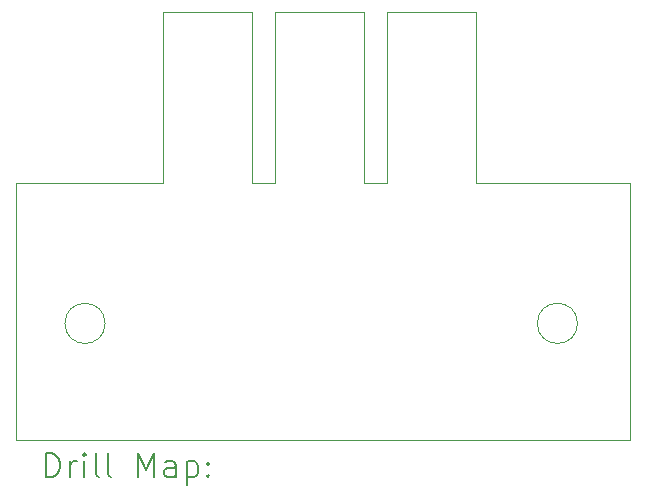
<source format=gbr>
%TF.GenerationSoftware,KiCad,Pcbnew,8.0.4*%
%TF.CreationDate,2024-08-07T12:52:22+02:00*%
%TF.ProjectId,bottom,626f7474-6f6d-42e6-9b69-6361645f7063,rev?*%
%TF.SameCoordinates,Original*%
%TF.FileFunction,Drillmap*%
%TF.FilePolarity,Positive*%
%FSLAX45Y45*%
G04 Gerber Fmt 4.5, Leading zero omitted, Abs format (unit mm)*
G04 Created by KiCad (PCBNEW 8.0.4) date 2024-08-07 12:52:22*
%MOMM*%
%LPD*%
G01*
G04 APERTURE LIST*
%ADD10C,0.100000*%
%ADD11C,0.050000*%
%ADD12C,0.200000*%
G04 APERTURE END LIST*
D10*
X19345000Y-10105000D02*
X18595000Y-10105000D01*
X20295000Y-11555000D02*
X21600000Y-11555000D01*
X18595000Y-11555000D02*
X18395000Y-11555000D01*
X16400000Y-13725000D02*
X16400000Y-11555000D01*
X17645000Y-10105000D02*
X17645000Y-11555000D01*
X18395000Y-11555000D02*
X18395000Y-10105000D01*
X19545000Y-10105000D02*
X19545000Y-11555000D01*
X16400000Y-11555000D02*
X17645000Y-11555000D01*
X20375000Y-13725000D02*
X16400000Y-13725000D01*
X21600000Y-11555000D02*
X21600000Y-13725000D01*
X21600000Y-13725000D02*
X20375000Y-13725000D01*
X18395000Y-10105000D02*
X17645000Y-10105000D01*
X20295000Y-11555000D02*
X20295000Y-10105000D01*
X18595000Y-10105000D02*
X18595000Y-11555000D01*
X19545000Y-11555000D02*
X19345000Y-11555000D01*
X20295000Y-10105000D02*
X19545000Y-10105000D01*
X19345000Y-11555000D02*
X19345000Y-10105000D01*
D11*
X17154400Y-12740000D02*
G75*
G02*
X16814400Y-12740000I-170000J0D01*
G01*
X16814400Y-12740000D02*
G75*
G02*
X17154400Y-12740000I170000J0D01*
G01*
X21154400Y-12740000D02*
G75*
G02*
X20814400Y-12740000I-170000J0D01*
G01*
X20814400Y-12740000D02*
G75*
G02*
X21154400Y-12740000I170000J0D01*
G01*
D12*
X16655777Y-14041484D02*
X16655777Y-13841484D01*
X16655777Y-13841484D02*
X16703396Y-13841484D01*
X16703396Y-13841484D02*
X16731967Y-13851008D01*
X16731967Y-13851008D02*
X16751015Y-13870055D01*
X16751015Y-13870055D02*
X16760539Y-13889103D01*
X16760539Y-13889103D02*
X16770062Y-13927198D01*
X16770062Y-13927198D02*
X16770062Y-13955769D01*
X16770062Y-13955769D02*
X16760539Y-13993865D01*
X16760539Y-13993865D02*
X16751015Y-14012912D01*
X16751015Y-14012912D02*
X16731967Y-14031960D01*
X16731967Y-14031960D02*
X16703396Y-14041484D01*
X16703396Y-14041484D02*
X16655777Y-14041484D01*
X16855777Y-14041484D02*
X16855777Y-13908150D01*
X16855777Y-13946246D02*
X16865301Y-13927198D01*
X16865301Y-13927198D02*
X16874824Y-13917674D01*
X16874824Y-13917674D02*
X16893872Y-13908150D01*
X16893872Y-13908150D02*
X16912920Y-13908150D01*
X16979586Y-14041484D02*
X16979586Y-13908150D01*
X16979586Y-13841484D02*
X16970063Y-13851008D01*
X16970063Y-13851008D02*
X16979586Y-13860531D01*
X16979586Y-13860531D02*
X16989110Y-13851008D01*
X16989110Y-13851008D02*
X16979586Y-13841484D01*
X16979586Y-13841484D02*
X16979586Y-13860531D01*
X17103396Y-14041484D02*
X17084348Y-14031960D01*
X17084348Y-14031960D02*
X17074824Y-14012912D01*
X17074824Y-14012912D02*
X17074824Y-13841484D01*
X17208158Y-14041484D02*
X17189110Y-14031960D01*
X17189110Y-14031960D02*
X17179586Y-14012912D01*
X17179586Y-14012912D02*
X17179586Y-13841484D01*
X17436729Y-14041484D02*
X17436729Y-13841484D01*
X17436729Y-13841484D02*
X17503396Y-13984341D01*
X17503396Y-13984341D02*
X17570063Y-13841484D01*
X17570063Y-13841484D02*
X17570063Y-14041484D01*
X17751015Y-14041484D02*
X17751015Y-13936722D01*
X17751015Y-13936722D02*
X17741491Y-13917674D01*
X17741491Y-13917674D02*
X17722444Y-13908150D01*
X17722444Y-13908150D02*
X17684348Y-13908150D01*
X17684348Y-13908150D02*
X17665301Y-13917674D01*
X17751015Y-14031960D02*
X17731967Y-14041484D01*
X17731967Y-14041484D02*
X17684348Y-14041484D01*
X17684348Y-14041484D02*
X17665301Y-14031960D01*
X17665301Y-14031960D02*
X17655777Y-14012912D01*
X17655777Y-14012912D02*
X17655777Y-13993865D01*
X17655777Y-13993865D02*
X17665301Y-13974817D01*
X17665301Y-13974817D02*
X17684348Y-13965293D01*
X17684348Y-13965293D02*
X17731967Y-13965293D01*
X17731967Y-13965293D02*
X17751015Y-13955769D01*
X17846253Y-13908150D02*
X17846253Y-14108150D01*
X17846253Y-13917674D02*
X17865301Y-13908150D01*
X17865301Y-13908150D02*
X17903396Y-13908150D01*
X17903396Y-13908150D02*
X17922444Y-13917674D01*
X17922444Y-13917674D02*
X17931967Y-13927198D01*
X17931967Y-13927198D02*
X17941491Y-13946246D01*
X17941491Y-13946246D02*
X17941491Y-14003388D01*
X17941491Y-14003388D02*
X17931967Y-14022436D01*
X17931967Y-14022436D02*
X17922444Y-14031960D01*
X17922444Y-14031960D02*
X17903396Y-14041484D01*
X17903396Y-14041484D02*
X17865301Y-14041484D01*
X17865301Y-14041484D02*
X17846253Y-14031960D01*
X18027205Y-14022436D02*
X18036729Y-14031960D01*
X18036729Y-14031960D02*
X18027205Y-14041484D01*
X18027205Y-14041484D02*
X18017682Y-14031960D01*
X18017682Y-14031960D02*
X18027205Y-14022436D01*
X18027205Y-14022436D02*
X18027205Y-14041484D01*
X18027205Y-13917674D02*
X18036729Y-13927198D01*
X18036729Y-13927198D02*
X18027205Y-13936722D01*
X18027205Y-13936722D02*
X18017682Y-13927198D01*
X18017682Y-13927198D02*
X18027205Y-13917674D01*
X18027205Y-13917674D02*
X18027205Y-13936722D01*
M02*

</source>
